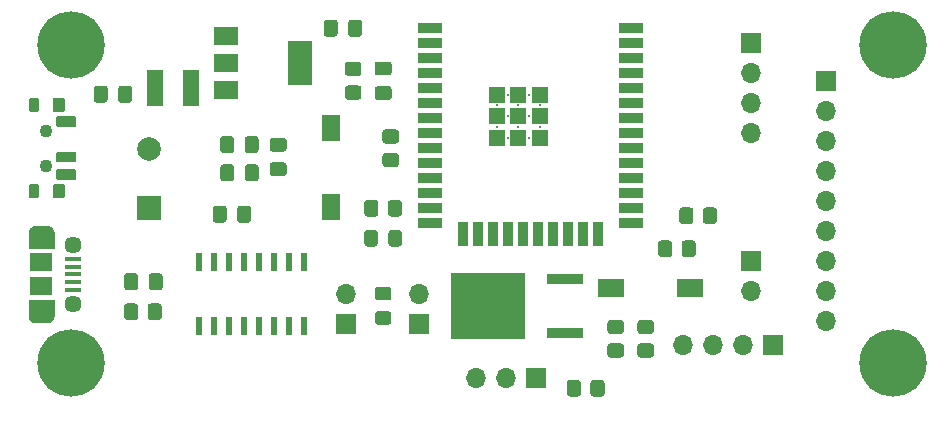
<source format=gbr>
%TF.GenerationSoftware,KiCad,Pcbnew,(5.1.9)-1*%
%TF.CreationDate,2021-04-09T17:12:20+02:00*%
%TF.ProjectId,mainboard,6d61696e-626f-4617-9264-2e6b69636164,rev?*%
%TF.SameCoordinates,Original*%
%TF.FileFunction,Soldermask,Top*%
%TF.FilePolarity,Negative*%
%FSLAX46Y46*%
G04 Gerber Fmt 4.6, Leading zero omitted, Abs format (unit mm)*
G04 Created by KiCad (PCBNEW (5.1.9)-1) date 2021-04-09 17:12:20*
%MOMM*%
%LPD*%
G01*
G04 APERTURE LIST*
%ADD10C,0.000100*%
%ADD11C,5.700000*%
%ADD12C,3.600000*%
%ADD13O,1.700000X1.700000*%
%ADD14R,1.700000X1.700000*%
%ADD15R,1.340000X3.020000*%
%ADD16C,2.000000*%
%ADD17R,2.000000X2.000000*%
%ADD18C,0.300000*%
%ADD19R,1.330000X1.330000*%
%ADD20R,2.000000X0.900000*%
%ADD21R,0.900000X2.000000*%
%ADD22C,1.102360*%
%ADD23R,1.350000X0.400000*%
%ADD24C,1.450000*%
%ADD25R,1.900000X1.500000*%
%ADD26R,6.320000X5.670000*%
%ADD27R,3.020000X0.970000*%
%ADD28R,0.600000X1.600000*%
%ADD29R,2.300000X1.500000*%
%ADD30R,1.500000X2.300000*%
%ADD31R,2.000000X1.500000*%
%ADD32R,2.000000X3.800000*%
G04 APERTURE END LIST*
D10*
%TO.C,J1*%
G36*
X73694000Y-101783000D02*
G01*
X73694000Y-103083000D01*
X71594000Y-103083000D01*
X71594000Y-101783000D01*
X71594788Y-101752907D01*
X71597150Y-101722896D01*
X71601079Y-101693050D01*
X71606565Y-101663451D01*
X71613593Y-101634179D01*
X71622143Y-101605315D01*
X71632191Y-101576938D01*
X71643711Y-101549126D01*
X71656671Y-101521955D01*
X71671035Y-101495500D01*
X71686764Y-101469833D01*
X71703815Y-101445023D01*
X71722141Y-101421141D01*
X71741692Y-101398250D01*
X71762414Y-101376414D01*
X71784250Y-101355692D01*
X71807141Y-101336141D01*
X71831023Y-101317815D01*
X71855833Y-101300764D01*
X71881500Y-101285035D01*
X71907955Y-101270671D01*
X71935126Y-101257711D01*
X71962938Y-101246191D01*
X71991315Y-101236143D01*
X72020179Y-101227593D01*
X72049451Y-101220565D01*
X72079050Y-101215079D01*
X72108896Y-101211150D01*
X72138907Y-101208788D01*
X72169000Y-101208000D01*
X73119000Y-101208000D01*
X73149093Y-101208788D01*
X73179104Y-101211150D01*
X73208950Y-101215079D01*
X73238549Y-101220565D01*
X73267821Y-101227593D01*
X73296685Y-101236143D01*
X73325062Y-101246191D01*
X73352874Y-101257711D01*
X73380045Y-101270671D01*
X73406500Y-101285035D01*
X73432167Y-101300764D01*
X73456977Y-101317815D01*
X73480859Y-101336141D01*
X73503750Y-101355692D01*
X73525586Y-101376414D01*
X73546308Y-101398250D01*
X73565859Y-101421141D01*
X73584185Y-101445023D01*
X73601236Y-101469833D01*
X73616965Y-101495500D01*
X73631329Y-101521955D01*
X73644289Y-101549126D01*
X73655809Y-101576938D01*
X73665857Y-101605315D01*
X73674407Y-101634179D01*
X73681435Y-101663451D01*
X73686921Y-101693050D01*
X73690850Y-101722896D01*
X73693212Y-101752907D01*
X73694000Y-101783000D01*
G37*
X73694000Y-101783000D02*
X73694000Y-103083000D01*
X71594000Y-103083000D01*
X71594000Y-101783000D01*
X71594788Y-101752907D01*
X71597150Y-101722896D01*
X71601079Y-101693050D01*
X71606565Y-101663451D01*
X71613593Y-101634179D01*
X71622143Y-101605315D01*
X71632191Y-101576938D01*
X71643711Y-101549126D01*
X71656671Y-101521955D01*
X71671035Y-101495500D01*
X71686764Y-101469833D01*
X71703815Y-101445023D01*
X71722141Y-101421141D01*
X71741692Y-101398250D01*
X71762414Y-101376414D01*
X71784250Y-101355692D01*
X71807141Y-101336141D01*
X71831023Y-101317815D01*
X71855833Y-101300764D01*
X71881500Y-101285035D01*
X71907955Y-101270671D01*
X71935126Y-101257711D01*
X71962938Y-101246191D01*
X71991315Y-101236143D01*
X72020179Y-101227593D01*
X72049451Y-101220565D01*
X72079050Y-101215079D01*
X72108896Y-101211150D01*
X72138907Y-101208788D01*
X72169000Y-101208000D01*
X73119000Y-101208000D01*
X73149093Y-101208788D01*
X73179104Y-101211150D01*
X73208950Y-101215079D01*
X73238549Y-101220565D01*
X73267821Y-101227593D01*
X73296685Y-101236143D01*
X73325062Y-101246191D01*
X73352874Y-101257711D01*
X73380045Y-101270671D01*
X73406500Y-101285035D01*
X73432167Y-101300764D01*
X73456977Y-101317815D01*
X73480859Y-101336141D01*
X73503750Y-101355692D01*
X73525586Y-101376414D01*
X73546308Y-101398250D01*
X73565859Y-101421141D01*
X73584185Y-101445023D01*
X73601236Y-101469833D01*
X73616965Y-101495500D01*
X73631329Y-101521955D01*
X73644289Y-101549126D01*
X73655809Y-101576938D01*
X73665857Y-101605315D01*
X73674407Y-101634179D01*
X73681435Y-101663451D01*
X73686921Y-101693050D01*
X73690850Y-101722896D01*
X73693212Y-101752907D01*
X73694000Y-101783000D01*
G36*
X73694000Y-108783000D02*
G01*
X73694000Y-107483000D01*
X71594000Y-107483000D01*
X71594000Y-108783000D01*
X71594788Y-108813093D01*
X71597150Y-108843104D01*
X71601079Y-108872950D01*
X71606565Y-108902549D01*
X71613593Y-108931821D01*
X71622143Y-108960685D01*
X71632191Y-108989062D01*
X71643711Y-109016874D01*
X71656671Y-109044045D01*
X71671035Y-109070500D01*
X71686764Y-109096167D01*
X71703815Y-109120977D01*
X71722141Y-109144859D01*
X71741692Y-109167750D01*
X71762414Y-109189586D01*
X71784250Y-109210308D01*
X71807141Y-109229859D01*
X71831023Y-109248185D01*
X71855833Y-109265236D01*
X71881500Y-109280965D01*
X71907955Y-109295329D01*
X71935126Y-109308289D01*
X71962938Y-109319809D01*
X71991315Y-109329857D01*
X72020179Y-109338407D01*
X72049451Y-109345435D01*
X72079050Y-109350921D01*
X72108896Y-109354850D01*
X72138907Y-109357212D01*
X72169000Y-109358000D01*
X73119000Y-109358000D01*
X73149093Y-109357212D01*
X73179104Y-109354850D01*
X73208950Y-109350921D01*
X73238549Y-109345435D01*
X73267821Y-109338407D01*
X73296685Y-109329857D01*
X73325062Y-109319809D01*
X73352874Y-109308289D01*
X73380045Y-109295329D01*
X73406500Y-109280965D01*
X73432167Y-109265236D01*
X73456977Y-109248185D01*
X73480859Y-109229859D01*
X73503750Y-109210308D01*
X73525586Y-109189586D01*
X73546308Y-109167750D01*
X73565859Y-109144859D01*
X73584185Y-109120977D01*
X73601236Y-109096167D01*
X73616965Y-109070500D01*
X73631329Y-109044045D01*
X73644289Y-109016874D01*
X73655809Y-108989062D01*
X73665857Y-108960685D01*
X73674407Y-108931821D01*
X73681435Y-108902549D01*
X73686921Y-108872950D01*
X73690850Y-108843104D01*
X73693212Y-108813093D01*
X73694000Y-108783000D01*
G37*
X73694000Y-108783000D02*
X73694000Y-107483000D01*
X71594000Y-107483000D01*
X71594000Y-108783000D01*
X71594788Y-108813093D01*
X71597150Y-108843104D01*
X71601079Y-108872950D01*
X71606565Y-108902549D01*
X71613593Y-108931821D01*
X71622143Y-108960685D01*
X71632191Y-108989062D01*
X71643711Y-109016874D01*
X71656671Y-109044045D01*
X71671035Y-109070500D01*
X71686764Y-109096167D01*
X71703815Y-109120977D01*
X71722141Y-109144859D01*
X71741692Y-109167750D01*
X71762414Y-109189586D01*
X71784250Y-109210308D01*
X71807141Y-109229859D01*
X71831023Y-109248185D01*
X71855833Y-109265236D01*
X71881500Y-109280965D01*
X71907955Y-109295329D01*
X71935126Y-109308289D01*
X71962938Y-109319809D01*
X71991315Y-109329857D01*
X72020179Y-109338407D01*
X72049451Y-109345435D01*
X72079050Y-109350921D01*
X72108896Y-109354850D01*
X72138907Y-109357212D01*
X72169000Y-109358000D01*
X73119000Y-109358000D01*
X73149093Y-109357212D01*
X73179104Y-109354850D01*
X73208950Y-109350921D01*
X73238549Y-109345435D01*
X73267821Y-109338407D01*
X73296685Y-109329857D01*
X73325062Y-109319809D01*
X73352874Y-109308289D01*
X73380045Y-109295329D01*
X73406500Y-109280965D01*
X73432167Y-109265236D01*
X73456977Y-109248185D01*
X73480859Y-109229859D01*
X73503750Y-109210308D01*
X73525586Y-109189586D01*
X73546308Y-109167750D01*
X73565859Y-109144859D01*
X73584185Y-109120977D01*
X73601236Y-109096167D01*
X73616965Y-109070500D01*
X73631329Y-109044045D01*
X73644289Y-109016874D01*
X73655809Y-108989062D01*
X73665857Y-108960685D01*
X73674407Y-108931821D01*
X73681435Y-108902549D01*
X73686921Y-108872950D01*
X73690850Y-108843104D01*
X73693212Y-108813093D01*
X73694000Y-108783000D01*
%TD*%
D11*
%TO.C,J12*%
X144780000Y-112776000D03*
D12*
X144780000Y-112776000D03*
%TD*%
D11*
%TO.C,J11*%
X144780000Y-85852000D03*
D12*
X144780000Y-85852000D03*
%TD*%
D11*
%TO.C,J10*%
X75184000Y-112776000D03*
D12*
X75184000Y-112776000D03*
%TD*%
D11*
%TO.C,J9*%
X75184000Y-85852000D03*
D12*
X75184000Y-85852000D03*
%TD*%
%TO.C,D2*%
G36*
G01*
X102050001Y-107500000D02*
X101149999Y-107500000D01*
G75*
G02*
X100900000Y-107250001I0J249999D01*
G01*
X100900000Y-106599999D01*
G75*
G02*
X101149999Y-106350000I249999J0D01*
G01*
X102050001Y-106350000D01*
G75*
G02*
X102300000Y-106599999I0J-249999D01*
G01*
X102300000Y-107250001D01*
G75*
G02*
X102050001Y-107500000I-249999J0D01*
G01*
G37*
G36*
G01*
X102050001Y-109550000D02*
X101149999Y-109550000D01*
G75*
G02*
X100900000Y-109300001I0J249999D01*
G01*
X100900000Y-108649999D01*
G75*
G02*
X101149999Y-108400000I249999J0D01*
G01*
X102050001Y-108400000D01*
G75*
G02*
X102300000Y-108649999I0J-249999D01*
G01*
X102300000Y-109300001D01*
G75*
G02*
X102050001Y-109550000I-249999J0D01*
G01*
G37*
%TD*%
%TO.C,R9*%
G36*
G01*
X118345000Y-114484999D02*
X118345000Y-115385001D01*
G75*
G02*
X118095001Y-115635000I-249999J0D01*
G01*
X117394999Y-115635000D01*
G75*
G02*
X117145000Y-115385001I0J249999D01*
G01*
X117145000Y-114484999D01*
G75*
G02*
X117394999Y-114235000I249999J0D01*
G01*
X118095001Y-114235000D01*
G75*
G02*
X118345000Y-114484999I0J-249999D01*
G01*
G37*
G36*
G01*
X120345000Y-114484999D02*
X120345000Y-115385001D01*
G75*
G02*
X120095001Y-115635000I-249999J0D01*
G01*
X119394999Y-115635000D01*
G75*
G02*
X119145000Y-115385001I0J249999D01*
G01*
X119145000Y-114484999D01*
G75*
G02*
X119394999Y-114235000I249999J0D01*
G01*
X120095001Y-114235000D01*
G75*
G02*
X120345000Y-114484999I0J-249999D01*
G01*
G37*
%TD*%
D13*
%TO.C,J7*%
X132715000Y-93345000D03*
X132715000Y-90805000D03*
X132715000Y-88265000D03*
D14*
X132715000Y-85725000D03*
%TD*%
D15*
%TO.C,C8*%
X82280000Y-89535000D03*
X85360000Y-89535000D03*
%TD*%
D16*
%TO.C,C3*%
X81788000Y-94695000D03*
D17*
X81788000Y-99695000D03*
%TD*%
D18*
%TO.C,U1*%
X113963500Y-93737000D03*
X112128500Y-93737000D03*
X114881000Y-92819500D03*
X113046000Y-92819500D03*
X111211000Y-92819500D03*
X113963500Y-91902000D03*
X112128500Y-91902000D03*
X114881000Y-90984500D03*
X113046000Y-90984500D03*
X111211000Y-90984500D03*
X113963500Y-90067000D03*
X112128500Y-90067000D03*
D19*
X114881000Y-93737000D03*
X113046000Y-93737000D03*
X111211000Y-93737000D03*
X114881000Y-91902000D03*
X113046000Y-91902000D03*
X111211000Y-91902000D03*
X114881000Y-90067000D03*
X113046000Y-90067000D03*
X111211000Y-90067000D03*
D20*
X122546000Y-84402000D03*
X122546000Y-85672000D03*
X122546000Y-86942000D03*
X122546000Y-88212000D03*
X122546000Y-89482000D03*
X122546000Y-90752000D03*
X122546000Y-92022000D03*
X122546000Y-93292000D03*
X122546000Y-94562000D03*
X122546000Y-95832000D03*
X122546000Y-97102000D03*
X122546000Y-98372000D03*
X122546000Y-99642000D03*
X122546000Y-100912000D03*
D21*
X119761000Y-101912000D03*
X118491000Y-101912000D03*
X117221000Y-101912000D03*
X115951000Y-101912000D03*
X114681000Y-101912000D03*
X113411000Y-101912000D03*
X112141000Y-101912000D03*
X110871000Y-101912000D03*
X109601000Y-101912000D03*
X108331000Y-101912000D03*
D20*
X105546000Y-100912000D03*
X105546000Y-99642000D03*
X105546000Y-98372000D03*
X105546000Y-97102000D03*
X105546000Y-95832000D03*
X105546000Y-94562000D03*
X105546000Y-93292000D03*
X105546000Y-92022000D03*
X105546000Y-90752000D03*
X105546000Y-89482000D03*
X105546000Y-88212000D03*
X105546000Y-86942000D03*
X105546000Y-85672000D03*
X105546000Y-84402000D03*
%TD*%
D22*
%TO.C,S3*%
X73025000Y-93116400D03*
X73025000Y-96113600D03*
G36*
G01*
X74523600Y-91565730D02*
X73726040Y-91565730D01*
G75*
G02*
X73624440Y-91464130I0J101600D01*
G01*
X73624440Y-90465910D01*
G75*
G02*
X73726040Y-90364310I101600J0D01*
G01*
X74523600Y-90364310D01*
G75*
G02*
X74625200Y-90465910I0J-101600D01*
G01*
X74625200Y-91464130D01*
G75*
G02*
X74523600Y-91565730I-101600J0D01*
G01*
G37*
G36*
G01*
X72326500Y-91565730D02*
X71727060Y-91565730D01*
G75*
G02*
X71625460Y-91464130I0J101600D01*
G01*
X71625460Y-90465910D01*
G75*
G02*
X71727060Y-90364310I101600J0D01*
G01*
X72326500Y-90364310D01*
G75*
G02*
X72428100Y-90465910I0J-101600D01*
G01*
X72428100Y-91464130D01*
G75*
G02*
X72326500Y-91565730I-101600J0D01*
G01*
G37*
G36*
G01*
X74523600Y-98865690D02*
X73726040Y-98865690D01*
G75*
G02*
X73624440Y-98764090I0J101600D01*
G01*
X73624440Y-97765870D01*
G75*
G02*
X73726040Y-97664270I101600J0D01*
G01*
X74523600Y-97664270D01*
G75*
G02*
X74625200Y-97765870I0J-101600D01*
G01*
X74625200Y-98764090D01*
G75*
G02*
X74523600Y-98865690I-101600J0D01*
G01*
G37*
G36*
G01*
X72326500Y-98865690D02*
X71727060Y-98865690D01*
G75*
G02*
X71625460Y-98764090I0J101600D01*
G01*
X71625460Y-97765870D01*
G75*
G02*
X71727060Y-97664270I101600J0D01*
G01*
X72326500Y-97664270D01*
G75*
G02*
X72428100Y-97765870I0J-101600D01*
G01*
X72428100Y-98764090D01*
G75*
G02*
X72326500Y-98865690I-101600J0D01*
G01*
G37*
G36*
G01*
X74023220Y-91916250D02*
X75521820Y-91916250D01*
G75*
G02*
X75623420Y-92017850I0J-101600D01*
G01*
X75623420Y-92716350D01*
G75*
G02*
X75521820Y-92817950I-101600J0D01*
G01*
X74023220Y-92817950D01*
G75*
G02*
X73921620Y-92716350I0J101600D01*
G01*
X73921620Y-92017850D01*
G75*
G02*
X74023220Y-91916250I101600J0D01*
G01*
G37*
G36*
G01*
X74023220Y-94913450D02*
X75521820Y-94913450D01*
G75*
G02*
X75623420Y-95015050I0J-101600D01*
G01*
X75623420Y-95713550D01*
G75*
G02*
X75521820Y-95815150I-101600J0D01*
G01*
X74023220Y-95815150D01*
G75*
G02*
X73921620Y-95713550I0J101600D01*
G01*
X73921620Y-95015050D01*
G75*
G02*
X74023220Y-94913450I101600J0D01*
G01*
G37*
G36*
G01*
X74023220Y-96412050D02*
X75521820Y-96412050D01*
G75*
G02*
X75623420Y-96513650I0J-101600D01*
G01*
X75623420Y-97212150D01*
G75*
G02*
X75521820Y-97313750I-101600J0D01*
G01*
X74023220Y-97313750D01*
G75*
G02*
X73921620Y-97212150I0J101600D01*
G01*
X73921620Y-96513650D01*
G75*
G02*
X74023220Y-96412050I101600J0D01*
G01*
G37*
%TD*%
D23*
%TO.C,J1*%
X75319000Y-106583000D03*
X75319000Y-105933000D03*
X75319000Y-105283000D03*
X75319000Y-104633000D03*
X75319000Y-103983000D03*
D24*
X75344000Y-107783000D03*
X75344000Y-102783000D03*
D25*
X72644000Y-106283000D03*
X72644000Y-104283000D03*
%TD*%
D13*
%TO.C,J8*%
X109474000Y-114046000D03*
X112014000Y-114046000D03*
D14*
X114554000Y-114046000D03*
%TD*%
%TO.C,D1*%
G36*
G01*
X101150000Y-101784999D02*
X101150000Y-102685001D01*
G75*
G02*
X100900001Y-102935000I-249999J0D01*
G01*
X100249999Y-102935000D01*
G75*
G02*
X100000000Y-102685001I0J249999D01*
G01*
X100000000Y-101784999D01*
G75*
G02*
X100249999Y-101535000I249999J0D01*
G01*
X100900001Y-101535000D01*
G75*
G02*
X101150000Y-101784999I0J-249999D01*
G01*
G37*
G36*
G01*
X103200000Y-101784999D02*
X103200000Y-102685001D01*
G75*
G02*
X102950001Y-102935000I-249999J0D01*
G01*
X102299999Y-102935000D01*
G75*
G02*
X102050000Y-102685001I0J249999D01*
G01*
X102050000Y-101784999D01*
G75*
G02*
X102299999Y-101535000I249999J0D01*
G01*
X102950001Y-101535000D01*
G75*
G02*
X103200000Y-101784999I0J-249999D01*
G01*
G37*
%TD*%
%TO.C,R8*%
G36*
G01*
X102000000Y-100145001D02*
X102000000Y-99244999D01*
G75*
G02*
X102249999Y-98995000I249999J0D01*
G01*
X102950001Y-98995000D01*
G75*
G02*
X103200000Y-99244999I0J-249999D01*
G01*
X103200000Y-100145001D01*
G75*
G02*
X102950001Y-100395000I-249999J0D01*
G01*
X102249999Y-100395000D01*
G75*
G02*
X102000000Y-100145001I0J249999D01*
G01*
G37*
G36*
G01*
X100000000Y-100145001D02*
X100000000Y-99244999D01*
G75*
G02*
X100249999Y-98995000I249999J0D01*
G01*
X100950001Y-98995000D01*
G75*
G02*
X101200000Y-99244999I0J-249999D01*
G01*
X101200000Y-100145001D01*
G75*
G02*
X100950001Y-100395000I-249999J0D01*
G01*
X100249999Y-100395000D01*
G75*
G02*
X100000000Y-100145001I0J249999D01*
G01*
G37*
%TD*%
%TO.C,C10*%
G36*
G01*
X79168500Y-90518000D02*
X79168500Y-89568000D01*
G75*
G02*
X79418500Y-89318000I250000J0D01*
G01*
X80093500Y-89318000D01*
G75*
G02*
X80343500Y-89568000I0J-250000D01*
G01*
X80343500Y-90518000D01*
G75*
G02*
X80093500Y-90768000I-250000J0D01*
G01*
X79418500Y-90768000D01*
G75*
G02*
X79168500Y-90518000I0J250000D01*
G01*
G37*
G36*
G01*
X77093500Y-90518000D02*
X77093500Y-89568000D01*
G75*
G02*
X77343500Y-89318000I250000J0D01*
G01*
X78018500Y-89318000D01*
G75*
G02*
X78268500Y-89568000I0J-250000D01*
G01*
X78268500Y-90518000D01*
G75*
G02*
X78018500Y-90768000I-250000J0D01*
G01*
X77343500Y-90768000D01*
G75*
G02*
X77093500Y-90518000I0J250000D01*
G01*
G37*
%TD*%
%TO.C,R7*%
G36*
G01*
X102685001Y-94215000D02*
X101784999Y-94215000D01*
G75*
G02*
X101535000Y-93965001I0J249999D01*
G01*
X101535000Y-93264999D01*
G75*
G02*
X101784999Y-93015000I249999J0D01*
G01*
X102685001Y-93015000D01*
G75*
G02*
X102935000Y-93264999I0J-249999D01*
G01*
X102935000Y-93965001D01*
G75*
G02*
X102685001Y-94215000I-249999J0D01*
G01*
G37*
G36*
G01*
X102685001Y-96215000D02*
X101784999Y-96215000D01*
G75*
G02*
X101535000Y-95965001I0J249999D01*
G01*
X101535000Y-95264999D01*
G75*
G02*
X101784999Y-95015000I249999J0D01*
G01*
X102685001Y-95015000D01*
G75*
G02*
X102935000Y-95264999I0J-249999D01*
G01*
X102935000Y-95965001D01*
G75*
G02*
X102685001Y-96215000I-249999J0D01*
G01*
G37*
%TD*%
%TO.C,R6*%
G36*
G01*
X127870000Y-99879999D02*
X127870000Y-100780001D01*
G75*
G02*
X127620001Y-101030000I-249999J0D01*
G01*
X126919999Y-101030000D01*
G75*
G02*
X126670000Y-100780001I0J249999D01*
G01*
X126670000Y-99879999D01*
G75*
G02*
X126919999Y-99630000I249999J0D01*
G01*
X127620001Y-99630000D01*
G75*
G02*
X127870000Y-99879999I0J-249999D01*
G01*
G37*
G36*
G01*
X129870000Y-99879999D02*
X129870000Y-100780001D01*
G75*
G02*
X129620001Y-101030000I-249999J0D01*
G01*
X128919999Y-101030000D01*
G75*
G02*
X128670000Y-100780001I0J249999D01*
G01*
X128670000Y-99879999D01*
G75*
G02*
X128919999Y-99630000I249999J0D01*
G01*
X129620001Y-99630000D01*
G75*
G02*
X129870000Y-99879999I0J-249999D01*
G01*
G37*
%TD*%
%TO.C,C2*%
G36*
G01*
X98642500Y-84930000D02*
X98642500Y-83980000D01*
G75*
G02*
X98892500Y-83730000I250000J0D01*
G01*
X99567500Y-83730000D01*
G75*
G02*
X99817500Y-83980000I0J-250000D01*
G01*
X99817500Y-84930000D01*
G75*
G02*
X99567500Y-85180000I-250000J0D01*
G01*
X98892500Y-85180000D01*
G75*
G02*
X98642500Y-84930000I0J250000D01*
G01*
G37*
G36*
G01*
X96567500Y-84930000D02*
X96567500Y-83980000D01*
G75*
G02*
X96817500Y-83730000I250000J0D01*
G01*
X97492500Y-83730000D01*
G75*
G02*
X97742500Y-83980000I0J-250000D01*
G01*
X97742500Y-84930000D01*
G75*
G02*
X97492500Y-85180000I-250000J0D01*
G01*
X96817500Y-85180000D01*
G75*
G02*
X96567500Y-84930000I0J250000D01*
G01*
G37*
%TD*%
%TO.C,R5*%
G36*
G01*
X121735001Y-110344000D02*
X120834999Y-110344000D01*
G75*
G02*
X120585000Y-110094001I0J249999D01*
G01*
X120585000Y-109393999D01*
G75*
G02*
X120834999Y-109144000I249999J0D01*
G01*
X121735001Y-109144000D01*
G75*
G02*
X121985000Y-109393999I0J-249999D01*
G01*
X121985000Y-110094001D01*
G75*
G02*
X121735001Y-110344000I-249999J0D01*
G01*
G37*
G36*
G01*
X121735001Y-112344000D02*
X120834999Y-112344000D01*
G75*
G02*
X120585000Y-112094001I0J249999D01*
G01*
X120585000Y-111393999D01*
G75*
G02*
X120834999Y-111144000I249999J0D01*
G01*
X121735001Y-111144000D01*
G75*
G02*
X121985000Y-111393999I0J-249999D01*
G01*
X121985000Y-112094001D01*
G75*
G02*
X121735001Y-112344000I-249999J0D01*
G01*
G37*
%TD*%
D13*
%TO.C,J2*%
X127000000Y-111252000D03*
X129540000Y-111252000D03*
X132080000Y-111252000D03*
D14*
X134620000Y-111252000D03*
%TD*%
%TO.C,C1*%
G36*
G01*
X102075000Y-88450000D02*
X101125000Y-88450000D01*
G75*
G02*
X100875000Y-88200000I0J250000D01*
G01*
X100875000Y-87525000D01*
G75*
G02*
X101125000Y-87275000I250000J0D01*
G01*
X102075000Y-87275000D01*
G75*
G02*
X102325000Y-87525000I0J-250000D01*
G01*
X102325000Y-88200000D01*
G75*
G02*
X102075000Y-88450000I-250000J0D01*
G01*
G37*
G36*
G01*
X102075000Y-90525000D02*
X101125000Y-90525000D01*
G75*
G02*
X100875000Y-90275000I0J250000D01*
G01*
X100875000Y-89600000D01*
G75*
G02*
X101125000Y-89350000I250000J0D01*
G01*
X102075000Y-89350000D01*
G75*
G02*
X102325000Y-89600000I0J-250000D01*
G01*
X102325000Y-90275000D01*
G75*
G02*
X102075000Y-90525000I-250000J0D01*
G01*
G37*
%TD*%
D26*
%TO.C,Q1*%
X110490000Y-107950000D03*
D27*
X117020000Y-105664000D03*
X117020000Y-110236000D03*
%TD*%
%TO.C,R4*%
G36*
G01*
X126076000Y-102673999D02*
X126076000Y-103574001D01*
G75*
G02*
X125826001Y-103824000I-249999J0D01*
G01*
X125125999Y-103824000D01*
G75*
G02*
X124876000Y-103574001I0J249999D01*
G01*
X124876000Y-102673999D01*
G75*
G02*
X125125999Y-102424000I249999J0D01*
G01*
X125826001Y-102424000D01*
G75*
G02*
X126076000Y-102673999I0J-249999D01*
G01*
G37*
G36*
G01*
X128076000Y-102673999D02*
X128076000Y-103574001D01*
G75*
G02*
X127826001Y-103824000I-249999J0D01*
G01*
X127125999Y-103824000D01*
G75*
G02*
X126876000Y-103574001I0J249999D01*
G01*
X126876000Y-102673999D01*
G75*
G02*
X127125999Y-102424000I249999J0D01*
G01*
X127826001Y-102424000D01*
G75*
G02*
X128076000Y-102673999I0J-249999D01*
G01*
G37*
%TD*%
%TO.C,R2*%
G36*
G01*
X123374999Y-111144000D02*
X124275001Y-111144000D01*
G75*
G02*
X124525000Y-111393999I0J-249999D01*
G01*
X124525000Y-112094001D01*
G75*
G02*
X124275001Y-112344000I-249999J0D01*
G01*
X123374999Y-112344000D01*
G75*
G02*
X123125000Y-112094001I0J249999D01*
G01*
X123125000Y-111393999D01*
G75*
G02*
X123374999Y-111144000I249999J0D01*
G01*
G37*
G36*
G01*
X123374999Y-109144000D02*
X124275001Y-109144000D01*
G75*
G02*
X124525000Y-109393999I0J-249999D01*
G01*
X124525000Y-110094001D01*
G75*
G02*
X124275001Y-110344000I-249999J0D01*
G01*
X123374999Y-110344000D01*
G75*
G02*
X123125000Y-110094001I0J249999D01*
G01*
X123125000Y-109393999D01*
G75*
G02*
X123374999Y-109144000I249999J0D01*
G01*
G37*
%TD*%
D13*
%TO.C,J6*%
X132715000Y-106680000D03*
D14*
X132715000Y-104140000D03*
%TD*%
D13*
%TO.C,J5*%
X98425000Y-106934000D03*
D14*
X98425000Y-109474000D03*
%TD*%
D13*
%TO.C,J4*%
X139065000Y-109220000D03*
X139065000Y-106680000D03*
X139065000Y-104140000D03*
X139065000Y-101600000D03*
X139065000Y-99060000D03*
X139065000Y-96520000D03*
X139065000Y-93980000D03*
X139065000Y-91440000D03*
D14*
X139065000Y-88900000D03*
%TD*%
D13*
%TO.C,J3*%
X104648000Y-106934000D03*
D14*
X104648000Y-109474000D03*
%TD*%
D28*
%TO.C,U4*%
X94869000Y-109634000D03*
X93599000Y-109634000D03*
X92329000Y-109634000D03*
X91059000Y-109634000D03*
X89789000Y-109634000D03*
X88519000Y-109634000D03*
X87249000Y-109634000D03*
X85979000Y-109634000D03*
X85979000Y-104234000D03*
X87249000Y-104234000D03*
X88519000Y-104234000D03*
X89789000Y-104234000D03*
X91059000Y-104234000D03*
X92329000Y-104234000D03*
X93599000Y-104234000D03*
X94869000Y-104234000D03*
%TD*%
D29*
%TO.C,S2*%
X127556000Y-106426000D03*
X120856000Y-106426000D03*
%TD*%
D30*
%TO.C,S1*%
X97155000Y-99600760D03*
X97155000Y-92900760D03*
%TD*%
D31*
%TO.C,U3*%
X88290000Y-85076000D03*
X88290000Y-89676000D03*
X88290000Y-87376000D03*
D32*
X94590000Y-87376000D03*
%TD*%
%TO.C,R3*%
G36*
G01*
X80864000Y-108007999D02*
X80864000Y-108908001D01*
G75*
G02*
X80614001Y-109158000I-249999J0D01*
G01*
X79913999Y-109158000D01*
G75*
G02*
X79664000Y-108908001I0J249999D01*
G01*
X79664000Y-108007999D01*
G75*
G02*
X79913999Y-107758000I249999J0D01*
G01*
X80614001Y-107758000D01*
G75*
G02*
X80864000Y-108007999I0J-249999D01*
G01*
G37*
G36*
G01*
X82864000Y-108007999D02*
X82864000Y-108908001D01*
G75*
G02*
X82614001Y-109158000I-249999J0D01*
G01*
X81913999Y-109158000D01*
G75*
G02*
X81664000Y-108908001I0J249999D01*
G01*
X81664000Y-108007999D01*
G75*
G02*
X81913999Y-107758000I249999J0D01*
G01*
X82614001Y-107758000D01*
G75*
G02*
X82864000Y-108007999I0J-249999D01*
G01*
G37*
%TD*%
%TO.C,R1*%
G36*
G01*
X98609999Y-89300000D02*
X99510001Y-89300000D01*
G75*
G02*
X99760000Y-89549999I0J-249999D01*
G01*
X99760000Y-90250001D01*
G75*
G02*
X99510001Y-90500000I-249999J0D01*
G01*
X98609999Y-90500000D01*
G75*
G02*
X98360000Y-90250001I0J249999D01*
G01*
X98360000Y-89549999D01*
G75*
G02*
X98609999Y-89300000I249999J0D01*
G01*
G37*
G36*
G01*
X98609999Y-87300000D02*
X99510001Y-87300000D01*
G75*
G02*
X99760000Y-87549999I0J-249999D01*
G01*
X99760000Y-88250001D01*
G75*
G02*
X99510001Y-88500000I-249999J0D01*
G01*
X98609999Y-88500000D01*
G75*
G02*
X98360000Y-88250001I0J249999D01*
G01*
X98360000Y-87549999D01*
G75*
G02*
X98609999Y-87300000I249999J0D01*
G01*
G37*
%TD*%
%TO.C,C9*%
G36*
G01*
X92235000Y-95805500D02*
X93185000Y-95805500D01*
G75*
G02*
X93435000Y-96055500I0J-250000D01*
G01*
X93435000Y-96730500D01*
G75*
G02*
X93185000Y-96980500I-250000J0D01*
G01*
X92235000Y-96980500D01*
G75*
G02*
X91985000Y-96730500I0J250000D01*
G01*
X91985000Y-96055500D01*
G75*
G02*
X92235000Y-95805500I250000J0D01*
G01*
G37*
G36*
G01*
X92235000Y-93730500D02*
X93185000Y-93730500D01*
G75*
G02*
X93435000Y-93980500I0J-250000D01*
G01*
X93435000Y-94655500D01*
G75*
G02*
X93185000Y-94905500I-250000J0D01*
G01*
X92235000Y-94905500D01*
G75*
G02*
X91985000Y-94655500I0J250000D01*
G01*
X91985000Y-93980500D01*
G75*
G02*
X92235000Y-93730500I250000J0D01*
G01*
G37*
%TD*%
%TO.C,C7*%
G36*
G01*
X88980000Y-93830000D02*
X88980000Y-94780000D01*
G75*
G02*
X88730000Y-95030000I-250000J0D01*
G01*
X88055000Y-95030000D01*
G75*
G02*
X87805000Y-94780000I0J250000D01*
G01*
X87805000Y-93830000D01*
G75*
G02*
X88055000Y-93580000I250000J0D01*
G01*
X88730000Y-93580000D01*
G75*
G02*
X88980000Y-93830000I0J-250000D01*
G01*
G37*
G36*
G01*
X91055000Y-93830000D02*
X91055000Y-94780000D01*
G75*
G02*
X90805000Y-95030000I-250000J0D01*
G01*
X90130000Y-95030000D01*
G75*
G02*
X89880000Y-94780000I0J250000D01*
G01*
X89880000Y-93830000D01*
G75*
G02*
X90130000Y-93580000I250000J0D01*
G01*
X90805000Y-93580000D01*
G75*
G02*
X91055000Y-93830000I0J-250000D01*
G01*
G37*
%TD*%
%TO.C,C6*%
G36*
G01*
X88987300Y-96222800D02*
X88987300Y-97172800D01*
G75*
G02*
X88737300Y-97422800I-250000J0D01*
G01*
X88062300Y-97422800D01*
G75*
G02*
X87812300Y-97172800I0J250000D01*
G01*
X87812300Y-96222800D01*
G75*
G02*
X88062300Y-95972800I250000J0D01*
G01*
X88737300Y-95972800D01*
G75*
G02*
X88987300Y-96222800I0J-250000D01*
G01*
G37*
G36*
G01*
X91062300Y-96222800D02*
X91062300Y-97172800D01*
G75*
G02*
X90812300Y-97422800I-250000J0D01*
G01*
X90137300Y-97422800D01*
G75*
G02*
X89887300Y-97172800I0J250000D01*
G01*
X89887300Y-96222800D01*
G75*
G02*
X90137300Y-95972800I250000J0D01*
G01*
X90812300Y-95972800D01*
G75*
G02*
X91062300Y-96222800I0J-250000D01*
G01*
G37*
%TD*%
%TO.C,C5*%
G36*
G01*
X89244500Y-100678000D02*
X89244500Y-99728000D01*
G75*
G02*
X89494500Y-99478000I250000J0D01*
G01*
X90169500Y-99478000D01*
G75*
G02*
X90419500Y-99728000I0J-250000D01*
G01*
X90419500Y-100678000D01*
G75*
G02*
X90169500Y-100928000I-250000J0D01*
G01*
X89494500Y-100928000D01*
G75*
G02*
X89244500Y-100678000I0J250000D01*
G01*
G37*
G36*
G01*
X87169500Y-100678000D02*
X87169500Y-99728000D01*
G75*
G02*
X87419500Y-99478000I250000J0D01*
G01*
X88094500Y-99478000D01*
G75*
G02*
X88344500Y-99728000I0J-250000D01*
G01*
X88344500Y-100678000D01*
G75*
G02*
X88094500Y-100928000I-250000J0D01*
G01*
X87419500Y-100928000D01*
G75*
G02*
X87169500Y-100678000I0J250000D01*
G01*
G37*
%TD*%
%TO.C,C4*%
G36*
G01*
X81751500Y-106393000D02*
X81751500Y-105443000D01*
G75*
G02*
X82001500Y-105193000I250000J0D01*
G01*
X82676500Y-105193000D01*
G75*
G02*
X82926500Y-105443000I0J-250000D01*
G01*
X82926500Y-106393000D01*
G75*
G02*
X82676500Y-106643000I-250000J0D01*
G01*
X82001500Y-106643000D01*
G75*
G02*
X81751500Y-106393000I0J250000D01*
G01*
G37*
G36*
G01*
X79676500Y-106393000D02*
X79676500Y-105443000D01*
G75*
G02*
X79926500Y-105193000I250000J0D01*
G01*
X80601500Y-105193000D01*
G75*
G02*
X80851500Y-105443000I0J-250000D01*
G01*
X80851500Y-106393000D01*
G75*
G02*
X80601500Y-106643000I-250000J0D01*
G01*
X79926500Y-106643000D01*
G75*
G02*
X79676500Y-106393000I0J250000D01*
G01*
G37*
%TD*%
M02*

</source>
